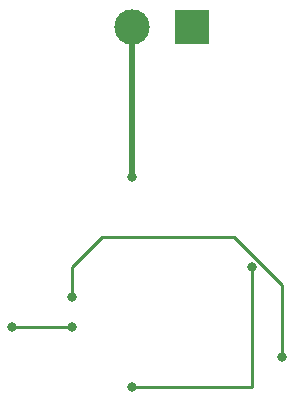
<source format=gbr>
%TF.GenerationSoftware,KiCad,Pcbnew,(6.0.10)*%
%TF.CreationDate,2023-02-17T09:15:59-08:00*%
%TF.ProjectId,excercise2,65786365-7263-4697-9365-322e6b696361,rev?*%
%TF.SameCoordinates,Original*%
%TF.FileFunction,Copper,L2,Bot*%
%TF.FilePolarity,Positive*%
%FSLAX46Y46*%
G04 Gerber Fmt 4.6, Leading zero omitted, Abs format (unit mm)*
G04 Created by KiCad (PCBNEW (6.0.10)) date 2023-02-17 09:15:59*
%MOMM*%
%LPD*%
G01*
G04 APERTURE LIST*
%TA.AperFunction,ComponentPad*%
%ADD10R,3.000000X3.000000*%
%TD*%
%TA.AperFunction,ComponentPad*%
%ADD11C,3.000000*%
%TD*%
%TA.AperFunction,ViaPad*%
%ADD12C,0.800000*%
%TD*%
%TA.AperFunction,Conductor*%
%ADD13C,0.254000*%
%TD*%
%TA.AperFunction,Conductor*%
%ADD14C,0.508000*%
%TD*%
G04 APERTURE END LIST*
D10*
%TO.P,J1,1,Pin_1*%
%TO.N,+9V*%
X147320000Y-66040000D03*
D11*
%TO.P,J1,2,Pin_2*%
%TO.N,GND*%
X142240000Y-66040000D03*
%TD*%
D12*
%TO.N,/pin_2*%
X137160000Y-88900000D03*
X154940000Y-93980000D03*
%TO.N,GND*%
X142240000Y-78740000D03*
%TO.N,+9V*%
X142240000Y-96520000D03*
X152400000Y-86360000D03*
%TO.N,/pin_3*%
X132080000Y-91440000D03*
X137160000Y-91440000D03*
%TD*%
D13*
%TO.N,/pin_2*%
X139700000Y-83820000D02*
X137160000Y-86360000D01*
X150888134Y-83820000D02*
X139700000Y-83820000D01*
X137160000Y-86360000D02*
X137160000Y-88900000D01*
X154940000Y-93980000D02*
X154940000Y-87871866D01*
X154940000Y-87871866D02*
X150888134Y-83820000D01*
D14*
%TO.N,GND*%
X142240000Y-66040000D02*
X142240000Y-78740000D01*
D13*
%TO.N,+9V*%
X152400000Y-96520000D02*
X152400000Y-86360000D01*
X142240000Y-96520000D02*
X152400000Y-96520000D01*
%TO.N,/pin_3*%
X137160000Y-91440000D02*
X132080000Y-91440000D01*
%TD*%
M02*

</source>
